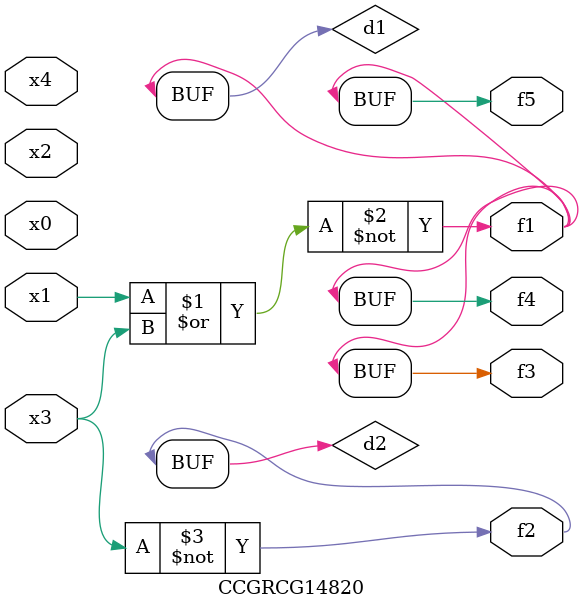
<source format=v>
module CCGRCG14820(
	input x0, x1, x2, x3, x4,
	output f1, f2, f3, f4, f5
);

	wire d1, d2;

	nor (d1, x1, x3);
	not (d2, x3);
	assign f1 = d1;
	assign f2 = d2;
	assign f3 = d1;
	assign f4 = d1;
	assign f5 = d1;
endmodule

</source>
